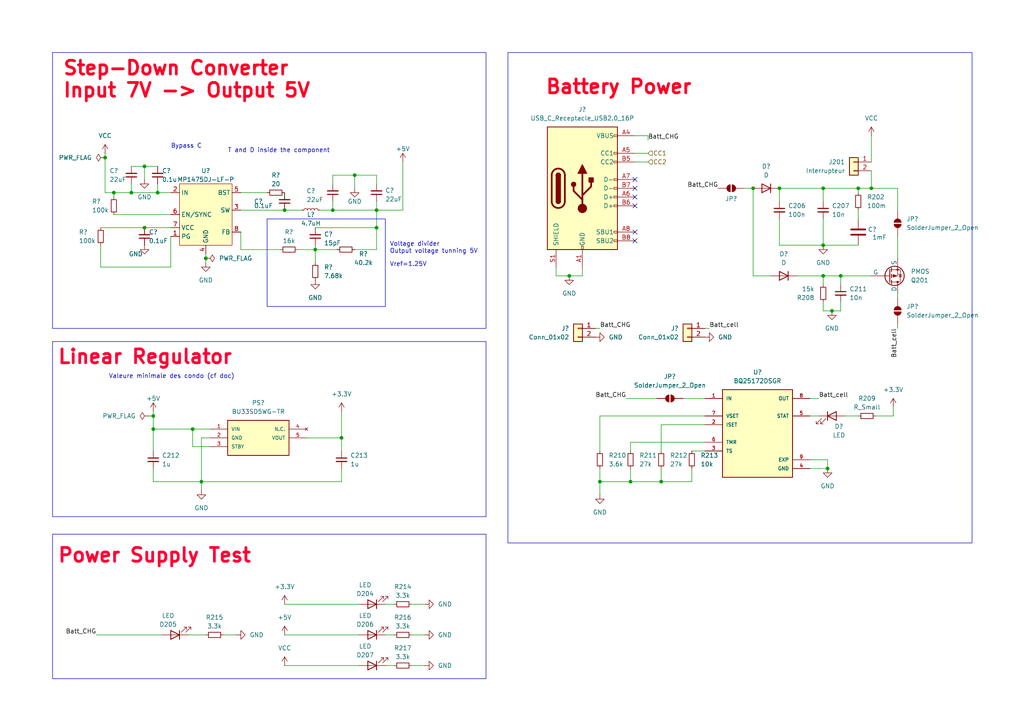
<source format=kicad_sch>
(kicad_sch (version 20231120) (generator "eeschema") (generator_version "8.0")
  (paper "A4")
  (lib_symbols
    (symbol "+5V_1" (power) (pin_numbers hide) (pin_names (offset 0) hide)
      (property "Value" "+5V" (at 0 3.556 0))
      (symbol "+5V_1_1_1"
        (pin power_in line (at 0 0 90) (length 0) (name "~") (number "1"))
      )
    )
    (symbol "BQ25172:BQ25172DSGR" (pin_names (offset 1.016))
      (property "Reference" "U" (at -10.16 13.462 0))
      (property "Value" "BQ25172DSGR" (at -10.16 -15.24 0))
      (symbol "BQ25172DSGR_0_0"
        (pin input line (at -15.24 10.16 0) (length 5.08) (name "IN") (number "1"))
        (pin input line (at -15.24 2.54 0) (length 5.08) (name "ISET") (number "2"))
        (pin input line (at -15.24 -5.08 0) (length 5.08) (name "TS") (number "3"))
        (pin power_in line (at 15.24 -10.16 180) (length 5.08) (name "GND") (number "4"))
        (pin output line (at 15.24 5.08 180) (length 5.08) (name "STAT") (number "5"))
        (pin input line (at -15.24 -2.54 0) (length 5.08) (name "TMR") (number "6"))
        (pin input line (at -15.24 5.08 0) (length 5.08) (name "VSET") (number "7"))
        (pin output line (at 15.24 10.16 180) (length 5.08) (name "OUT") (number "8"))
        (pin power_in line (at 15.24 -7.62 180) (length 5.08) (name "EXP") (number "9"))
      )
    )
    (symbol "BU33SD5WG-TR:BU33SD5WG-TR" (pin_names (offset 1.016))
      (property "Reference" "PS201" (at 13.97 7.62 0))
      (property "Value" "BU33SD5WG-TR" (at 13.97 5.08 0))
      (symbol "BU33SD5WG-TR_0_0"
        (pin no_connect line (at 27.94 0 180) (length 5.08) (name "N.C.") (number "4"))
      )
      (symbol "BU33SD5WG-TR_1_0"
        (pin power_in line (at 0 0 0) (length 5.08) (name "VIN") (number "1"))
        (pin power_in line (at 0 -2.54 0) (length 5.08) (name "GND") (number "2"))
        (pin power_in line (at 0 -5.08 0) (length 5.08) (name "STBY") (number "3"))
        (pin power_out line (at 27.94 -2.54 180) (length 5.08) (name "VOUT") (number "5"))
      )
    )
    (symbol "Connector:USB_C_Receptacle_USB2.0_16P" (pin_names (offset 1.016))
      (property "Reference" "J" (at 0 22.225 0))
      (property "Value" "USB_C_Receptacle_USB2.0_16P" (at 0 19.685 0))
      (symbol "USB_C_Receptacle_USB2.0_16P_1_1"
        (pin passive line (at 0 -22.86 90) (length 5.08) (name "GND") (number "A1"))
        (pin passive line (at 0 -22.86 90) (length 5.08) hide (name "GND") (number "A12"))
        (pin passive line (at 15.24 15.24 180) (length 5.08) (name "VBUS") (number "A4"))
        (pin bidirectional line (at 15.24 10.16 180) (length 5.08) (name "CC1") (number "A5"))
        (pin bidirectional line (at 15.24 -2.54 180) (length 5.08) (name "D+") (number "A6"))
        (pin bidirectional line (at 15.24 2.54 180) (length 5.08) (name "D-") (number "A7"))
        (pin bidirectional line (at 15.24 -12.7 180) (length 5.08) (name "SBU1") (number "A8"))
        (pin passive line (at 15.24 15.24 180) (length 5.08) hide (name "VBUS") (number "A9"))
        (pin passive line (at 0 -22.86 90) (length 5.08) hide (name "GND") (number "B1"))
        (pin passive line (at 0 -22.86 90) (length 5.08) hide (name "GND") (number "B12"))
        (pin passive line (at 15.24 15.24 180) (length 5.08) hide (name "VBUS") (number "B4"))
        (pin bidirectional line (at 15.24 7.62 180) (length 5.08) (name "CC2") (number "B5"))
        (pin bidirectional line (at 15.24 -5.08 180) (length 5.08) (name "D+") (number "B6"))
        (pin bidirectional line (at 15.24 0 180) (length 5.08) (name "D-") (number "B7"))
        (pin bidirectional line (at 15.24 -15.24 180) (length 5.08) (name "SBU2") (number "B8"))
        (pin passive line (at 15.24 15.24 180) (length 5.08) hide (name "VBUS") (number "B9"))
        (pin passive line (at -7.62 -22.86 90) (length 5.08) (name "SHIELD") (number "S1"))
      )
    )
    (symbol "Connector_Generic:Conn_01x02" (pin_names (offset 1.016) hide)
      (property "Reference" "J" (at 0 2.54 0))
      (property "Value" "Conn_01x02" (at 0 -5.08 0))
      (symbol "Conn_01x02_1_1"
        (pin passive line (at -5.08 0 0) (length 3.81) (name "Pin_1") (number "1"))
        (pin passive line (at -5.08 -2.54 0) (length 3.81) (name "Pin_2") (number "2"))
      )
    )
    (symbol "Device:C" (pin_numbers hide) (pin_names (offset 0.254))
      (property "Reference" "C" (at 0.635 2.54 0))
      (property "Value" "C" (at 0.635 -2.54 0))
      (symbol "C_1_1"
        (pin passive line (at 0 3.81 270) (length 2.794) (name "~") (number "1"))
        (pin passive line (at 0 -3.81 90) (length 2.794) (name "~") (number "2"))
      )
    )
    (symbol "Device:C_Small" (pin_numbers hide) (pin_names (offset 0.254) hide)
      (property "Reference" "C" (at 0.254 1.778 0))
      (property "Value" "C_Small" (at 0.254 -2.032 0))
      (symbol "C_Small_1_1"
        (pin passive line (at 0 2.54 270) (length 2.032) (name "~") (number "1"))
        (pin passive line (at 0 -2.54 90) (length 2.032) (name "~") (number "2"))
      )
    )
    (symbol "Device:D" (pin_numbers hide) (pin_names (offset 1.016) hide)
      (property "Reference" "D" (at 0 2.54 0))
      (property "Value" "D" (at 0 -2.54 0))
      (symbol "D_1_1"
        (pin passive line (at -3.81 0 0) (length 2.54) (name "K") (number "1"))
        (pin passive line (at 3.81 0 180) (length 2.54) (name "A") (number "2"))
      )
    )
    (symbol "Device:LED" (pin_numbers hide) (pin_names (offset 1.016) hide)
      (property "Reference" "D" (at 0 2.54 0))
      (property "Value" "LED" (at 0 -2.54 0))
      (symbol "LED_1_1"
        (pin passive line (at -3.81 0 0) (length 2.54) (name "K") (number "1"))
        (pin passive line (at 3.81 0 180) (length 2.54) (name "A") (number "2"))
      )
    )
    (symbol "Device:L_Small" (pin_numbers hide) (pin_names (offset 0.254) hide)
      (property "Reference" "L" (at 0.762 1.016 0))
      (property "Value" "L_Small" (at 0.762 -1.016 0))
      (symbol "L_Small_1_1"
        (pin passive line (at 0 2.54 270) (length 0.508) (name "~") (number "1"))
        (pin passive line (at 0 -2.54 90) (length 0.508) (name "~") (number "2"))
      )
    )
    (symbol "Device:R_Small" (pin_numbers hide) (pin_names (offset 0.254) hide)
      (property "Reference" "R" (at 0.762 0.508 0))
      (property "Value" "R_Small" (at 0.762 -1.016 0))
      (symbol "R_Small_1_1"
        (pin passive line (at 0 2.54 270) (length 0.762) (name "~") (number "1"))
        (pin passive line (at 0 -2.54 90) (length 0.762) (name "~") (number "2"))
      )
    )
    (symbol "GND_1" (power) (pin_numbers hide) (pin_names (offset 0) hide)
      (property "Value" "GND" (at 0 -3.81 0))
      (symbol "GND_1_1_1"
        (pin power_in line (at 0 0 270) (length 0) (name "~") (number "1"))
      )
    )
    (symbol "GND_2" (power) (pin_numbers hide) (pin_names (offset 0) hide)
      (property "Value" "GND" (at 0 -3.81 0))
      (symbol "GND_2_1_1"
        (pin power_in line (at 0 0 270) (length 0) (name "~") (number "1"))
      )
    )
    (symbol "GND_3" (power) (pin_numbers hide) (pin_names (offset 0) hide)
      (property "Value" "GND" (at 0 -3.81 0))
      (symbol "GND_3_1_1"
        (pin power_in line (at 0 0 270) (length 0) (name "~") (number "1"))
      )
    )
    (symbol "GND_4" (power) (pin_numbers hide) (pin_names (offset 0) hide)
      (property "Value" "GND" (at 0 -3.81 0))
      (symbol "GND_4_1_1"
        (pin power_in line (at 0 0 270) (length 0) (name "~") (number "1"))
      )
    )
    (symbol "GND_5" (power) (pin_numbers hide) (pin_names (offset 0) hide)
      (property "Value" "GND" (at 0 -3.81 0))
      (symbol "GND_5_1_1"
        (pin power_in line (at 0 0 270) (length 0) (name "~") (number "1"))
      )
    )
    (symbol "GND_6" (power) (pin_numbers hide) (pin_names (offset 0) hide)
      (property "Value" "GND" (at 0 -3.81 0))
      (symbol "GND_6_1_1"
        (pin power_in line (at 0 0 270) (length 0) (name "~") (number "1"))
      )
    )
    (symbol "GND_7" (power) (pin_numbers hide) (pin_names (offset 0) hide)
      (property "Value" "GND" (at 0 -3.81 0))
      (symbol "GND_7_1_1"
        (pin power_in line (at 0 0 270) (length 0) (name "~") (number "1"))
      )
    )
    (symbol "Jumper:SolderJumper_2_Open" (pin_numbers hide) (pin_names (offset 0) hide) (exclude_from_sim yes) (in_bom no)
      (property "Reference" "JP" (at 0 2.032 0))
      (property "Value" "SolderJumper_2_Open" (at 0 -2.54 0))
      (symbol "SolderJumper_2_Open_1_1"
        (pin passive line (at -3.81 0 0) (length 2.54) (name "A") (number "1"))
        (pin passive line (at 3.81 0 180) (length 2.54) (name "B") (number "2"))
      )
    )
    (symbol "MP1475_1"
      (property "Reference" "U201" (at 6.35 3.81 0))
      (property "Value" "MP1475DJ-LF-P" (at 6.35 1.27 0))
      (symbol "MP1475_1_1_1"
        (pin bidirectional line (at -3.81 -15.24 0) (length 2.54) (name "PG") (number "1"))
        (pin power_in line (at -3.81 -2.54 0) (length 2.54) (name "IN") (number "2"))
        (pin bidirectional line (at 16.51 -7.62 180) (length 2.54) (name "SW") (number "3"))
        (pin power_in line (at 6.35 -20.32 90) (length 2.54) (name "GND") (number "4"))
        (pin bidirectional line (at 16.51 -2.54 180) (length 2.54) (name "BST") (number "5"))
        (pin bidirectional line (at -3.81 -8.89 0) (length 2.54) (name "EN/SYNC") (number "6"))
        (pin bidirectional line (at -3.81 -12.7 0) (length 2.54) (name "VCC") (number "7"))
        (pin bidirectional line (at 16.51 -13.97 180) (length 2.54) (name "FB") (number "8"))
      )
    )
    (symbol "Simulation_SPICE:PMOS" (pin_numbers hide) (pin_names (offset 0))
      (property "Reference" "Q" (at 5.08 1.27 0))
      (property "Value" "PMOS" (at 5.08 -1.27 0))
      (symbol "PMOS_1_1"
        (pin passive line (at 2.54 5.08 270) (length 2.54) (name "D") (number "1"))
        (pin input line (at -5.08 0 0) (length 2.54) (name "G") (number "2"))
        (pin passive line (at 2.54 -5.08 90) (length 2.54) (name "S") (number "3"))
      )
    )
    (symbol "power:+3.3V" (power) (pin_numbers hide) (pin_names (offset 0) hide)
      (property "Value" "+3.3V" (at 0 3.556 0))
      (symbol "+3.3V_1_1"
        (pin power_in line (at 0 0 90) (length 0) (name "~") (number "1"))
      )
    )
    (symbol "power:+5V" (power) (pin_names (offset 0))
      (property "Value" "+5V" (at 0 3.556 0))
      (symbol "+5V_1_1"
        (pin power_in line (at 0 0 90) (length 0) hide (name "+5V") (number "1"))
      )
    )
    (symbol "power:GND" (power) (pin_names (offset 0))
      (property "Value" "GND" (at 0 -3.81 0))
      (symbol "GND_1_1"
        (pin power_in line (at 0 0 270) (length 0) hide (name "GND") (number "1"))
      )
    )
    (symbol "power:PWR_FLAG" (power) (pin_numbers hide) (pin_names (offset 0) hide)
      (property "Value" "PWR_FLAG" (at 0 3.81 0))
      (symbol "PWR_FLAG_0_0"
        (pin power_out line (at 0 0 90) (length 0) (name "~") (number "1"))
      )
    )
    (symbol "power:VCC" (power) (pin_numbers hide) (pin_names (offset 0) hide)
      (property "Value" "VCC" (at 0 3.556 0))
      (symbol "VCC_1_1"
        (pin power_in line (at 0 0 90) (length 0) (name "~") (number "1"))
      )
    )
  )
  (junction (at 238.76 71.12))
  (junction (at 248.92 54.61))
  (junction (at 238.76 80.01))
  (junction (at 240.03 135.89))
  (junction (at 41.91 66.04))
  (junction (at 44.45 120.65))
  (junction (at 109.22 66.04))
  (junction (at 99.06 127))
  (junction (at 226.06 54.61))
  (junction (at 109.22 60.96))
  (junction (at 165.1 80.01))
  (junction (at 182.88 139.7))
  (junction (at 59.69 74.93))
  (junction (at 218.44 54.61))
  (junction (at 241.3 90.17))
  (junction (at 41.91 48.26))
  (junction (at 38.1 55.88))
  (junction (at 30.48 45.72))
  (junction (at 45.72 55.88))
  (junction (at 252.73 54.61))
  (junction (at 55.88 124.46))
  (junction (at 91.44 72.39))
  (junction (at 243.84 80.01))
  (junction (at 82.55 60.96))
  (junction (at 173.99 139.7))
  (junction (at 96.52 60.96))
  (junction (at 238.76 54.61))
  (junction (at 102.87 50.8))
  (junction (at 33.02 55.88))
  (junction (at 191.77 139.7))
  (junction (at 58.42 139.7))
  (junction (at 44.45 124.46))
  (no_connect (at 184.15 59.69))
  (no_connect (at 184.15 54.61))
  (no_connect (at 184.15 67.31))
  (no_connect (at 184.15 69.85))
  (no_connect (at 184.15 52.07))
  (no_connect (at 184.15 57.15))
  (wire (pts (xy 119.38 175.26) (xy 123.19 175.26)))
  (wire (pts (xy 205.74 95.25) (xy 204.47 95.25)))
  (wire (pts (xy 116.84 46.99) (xy 116.84 60.96)))
  (wire (pts (xy 234.95 133.35) (xy 240.03 133.35)))
  (wire (pts (xy 252.73 54.61) (xy 260.35 54.61)))
  (wire (pts (xy 168.91 80.01) (xy 168.91 77.47)))
  (wire (pts (xy 198.12 115.57) (xy 204.47 115.57)))
  (wire (pts (xy 91.44 66.04) (xy 109.22 66.04)))
  (wire (pts (xy 33.02 57.15) (xy 33.02 55.88)))
  (wire (pts (xy 111.76 184.15) (xy 114.3 184.15)))
  (wire (pts (xy 182.88 128.27) (xy 182.88 130.81)))
  (wire (pts (xy 59.69 73.66) (xy 59.69 74.93)))
  (wire (pts (xy 254 120.65) (xy 259.08 120.65)))
  (wire (pts (xy 238.76 54.61) (xy 238.76 58.42)))
  (wire (pts (xy 55.88 129.54) (xy 60.96 129.54)))
  (wire (pts (xy 82.55 175.26) (xy 104.14 175.26)))
  (wire (pts (xy 99.06 127) (xy 99.06 130.81)))
  (wire (pts (xy 238.76 90.17) (xy 241.3 90.17)))
  (wire (pts (xy 102.87 50.8) (xy 109.22 50.8)))
  (wire (pts (xy 226.06 71.12) (xy 238.76 71.12)))
  (wire (pts (xy 187.96 39.37) (xy 184.15 39.37)))
  (wire (pts (xy 161.29 77.47) (xy 161.29 80.01)))
  (wire (pts (xy 248.92 54.61) (xy 252.73 54.61)))
  (wire (pts (xy 238.76 71.12) (xy 238.76 63.5)))
  (wire (pts (xy 187.96 44.45) (xy 184.15 44.45)))
  (wire (pts (xy 248.92 54.61) (xy 248.92 55.88)))
  (wire (pts (xy 165.1 80.01) (xy 168.91 80.01)))
  (wire (pts (xy 69.85 72.39) (xy 81.28 72.39)))
  (wire (pts (xy 248.92 60.96) (xy 248.92 63.5)))
  (wire (pts (xy 238.76 87.63) (xy 238.76 90.17)))
  (wire (pts (xy 41.91 66.04) (xy 49.53 66.04)))
  (wire (pts (xy 60.96 127) (xy 58.42 127)))
  (wire (pts (xy 111.76 175.26) (xy 114.3 175.26)))
  (wire (pts (xy 27.94 184.15) (xy 46.99 184.15)))
  (wire (pts (xy 260.35 60.96) (xy 260.35 54.61)))
  (wire (pts (xy 223.52 80.01) (xy 218.44 80.01)))
  (wire (pts (xy 237.49 120.65) (xy 234.95 120.65)))
  (wire (pts (xy 200.66 130.81) (xy 204.47 130.81)))
  (wire (pts (xy 245.11 120.65) (xy 248.92 120.65)))
  (wire (pts (xy 215.9 54.61) (xy 218.44 54.61)))
  (wire (pts (xy 173.99 139.7) (xy 182.88 139.7)))
  (wire (pts (xy 69.85 72.39) (xy 69.85 67.31)))
  (wire (pts (xy 69.85 60.96) (xy 82.55 60.96)))
  (wire (pts (xy 109.22 72.39) (xy 109.22 66.04)))
  (wire (pts (xy 91.44 72.39) (xy 97.79 72.39)))
  (wire (pts (xy 30.48 45.72) (xy 30.48 55.88)))
  (wire (pts (xy 252.73 39.37) (xy 252.73 46.99)))
  (wire (pts (xy 240.03 135.89) (xy 234.95 135.89)))
  (wire (pts (xy 91.44 71.12) (xy 91.44 72.39)))
  (wire (pts (xy 82.55 184.15) (xy 104.14 184.15)))
  (wire (pts (xy 44.45 124.46) (xy 44.45 130.81)))
  (wire (pts (xy 59.69 74.93) (xy 59.69 76.2)))
  (wire (pts (xy 69.85 55.88) (xy 77.47 55.88)))
  (wire (pts (xy 44.45 119.38) (xy 44.45 120.65)))
  (wire (pts (xy 252.73 49.53) (xy 252.73 54.61)))
  (wire (pts (xy 109.22 58.42) (xy 109.22 60.96)))
  (wire (pts (xy 49.53 68.58) (xy 49.53 77.47)))
  (wire (pts (xy 38.1 53.34) (xy 38.1 55.88)))
  (wire (pts (xy 234.95 115.57) (xy 237.49 115.57)))
  (wire (pts (xy 96.52 60.96) (xy 92.71 60.96)))
  (wire (pts (xy 55.88 124.46) (xy 60.96 124.46)))
  (wire (pts (xy 119.38 184.15) (xy 123.19 184.15)))
  (wire (pts (xy 181.61 115.57) (xy 190.5 115.57)))
  (wire (pts (xy 243.84 80.01) (xy 243.84 82.55)))
  (wire (pts (xy 238.76 80.01) (xy 243.84 80.01)))
  (wire (pts (xy 161.29 80.01) (xy 165.1 80.01)))
  (wire (pts (xy 30.48 44.45) (xy 30.48 45.72)))
  (wire (pts (xy 260.35 68.58) (xy 260.35 74.93)))
  (wire (pts (xy 182.88 135.89) (xy 182.88 139.7)))
  (wire (pts (xy 58.42 139.7) (xy 99.06 139.7)))
  (wire (pts (xy 96.52 50.8) (xy 96.52 53.34)))
  (wire (pts (xy 243.84 80.01) (xy 252.73 80.01)))
  (wire (pts (xy 96.52 60.96) (xy 96.52 58.42)))
  (wire (pts (xy 44.45 124.46) (xy 55.88 124.46)))
  (wire (pts (xy 231.14 80.01) (xy 238.76 80.01)))
  (wire (pts (xy 41.91 48.26) (xy 45.72 48.26)))
  (wire (pts (xy 238.76 80.01) (xy 238.76 82.55)))
  (wire (pts (xy 259.08 120.65) (xy 259.08 118.11)))
  (wire (pts (xy 58.42 127) (xy 58.42 139.7)))
  (wire (pts (xy 173.99 120.65) (xy 204.47 120.65)))
  (wire (pts (xy 102.87 50.8) (xy 102.87 54.61)))
  (wire (pts (xy 182.88 128.27) (xy 204.47 128.27)))
  (wire (pts (xy 238.76 71.12) (xy 248.92 71.12)))
  (wire (pts (xy 241.3 90.17) (xy 243.84 90.17)))
  (wire (pts (xy 191.77 123.19) (xy 191.77 130.81)))
  (wire (pts (xy 30.48 55.88) (xy 33.02 55.88)))
  (wire (pts (xy 218.44 80.01) (xy 218.44 54.61)))
  (wire (pts (xy 33.02 55.88) (xy 38.1 55.88)))
  (wire (pts (xy 173.99 120.65) (xy 173.99 130.81)))
  (wire (pts (xy 187.96 40.64) (xy 187.96 39.37)))
  (wire (pts (xy 82.55 193.04) (xy 104.14 193.04)))
  (wire (pts (xy 116.84 60.96) (xy 109.22 60.96)))
  (wire (pts (xy 64.77 184.15) (xy 68.58 184.15)))
  (wire (pts (xy 226.06 54.61) (xy 226.06 58.42)))
  (wire (pts (xy 38.1 48.26) (xy 41.91 48.26)))
  (wire (pts (xy 173.99 139.7) (xy 173.99 143.51)))
  (wire (pts (xy 187.96 46.99) (xy 184.15 46.99)))
  (wire (pts (xy 173.99 95.25) (xy 172.72 95.25)))
  (wire (pts (xy 99.06 139.7) (xy 99.06 135.89)))
  (wire (pts (xy 238.76 54.61) (xy 248.92 54.61)))
  (wire (pts (xy 111.76 193.04) (xy 114.3 193.04)))
  (wire (pts (xy 109.22 60.96) (xy 109.22 66.04)))
  (wire (pts (xy 91.44 72.39) (xy 91.44 76.2)))
  (wire (pts (xy 226.06 63.5) (xy 226.06 71.12)))
  (wire (pts (xy 45.72 53.34) (xy 45.72 55.88)))
  (wire (pts (xy 191.77 135.89) (xy 191.77 139.7)))
  (wire (pts (xy 45.72 55.88) (xy 49.53 55.88)))
  (wire (pts (xy 58.42 139.7) (xy 44.45 139.7)))
  (wire (pts (xy 44.45 135.89) (xy 44.45 139.7)))
  (wire (pts (xy 44.45 120.65) (xy 44.45 124.46)))
  (wire (pts (xy 200.66 135.89) (xy 200.66 139.7)))
  (wire (pts (xy 38.1 55.88) (xy 45.72 55.88)))
  (wire (pts (xy 82.55 60.96) (xy 87.63 60.96)))
  (wire (pts (xy 260.35 85.09) (xy 260.35 86.36)))
  (wire (pts (xy 119.38 193.04) (xy 123.19 193.04)))
  (wire (pts (xy 240.03 133.35) (xy 240.03 135.89)))
  (wire (pts (xy 243.84 87.63) (xy 243.84 90.17)))
  (wire (pts (xy 29.21 77.47) (xy 49.53 77.47)))
  (wire (pts (xy 96.52 50.8) (xy 102.87 50.8)))
  (wire (pts (xy 33.02 62.23) (xy 49.53 62.23)))
  (wire (pts (xy 226.06 54.61) (xy 238.76 54.61)))
  (wire (pts (xy 173.99 135.89) (xy 173.99 139.7)))
  (wire (pts (xy 200.66 139.7) (xy 191.77 139.7)))
  (wire (pts (xy 191.77 123.19) (xy 204.47 123.19)))
  (wire (pts (xy 86.36 72.39) (xy 91.44 72.39)))
  (wire (pts (xy 260.35 93.98) (xy 260.35 95.25)))
  (wire (pts (xy 99.06 119.38) (xy 99.06 127)))
  (wire (pts (xy 109.22 50.8) (xy 109.22 53.34)))
  (wire (pts (xy 96.52 60.96) (xy 109.22 60.96)))
  (wire (pts (xy 29.21 66.04) (xy 41.91 66.04)))
  (wire (pts (xy 102.87 72.39) (xy 109.22 72.39)))
  (wire (pts (xy 58.42 142.24) (xy 58.42 139.7)))
  (wire (pts (xy 29.21 71.12) (xy 29.21 77.47)))
  (wire (pts (xy 41.91 52.07) (xy 41.91 48.26)))
  (wire (pts (xy 55.88 124.46) (xy 55.88 129.54)))
  (wire (pts (xy 43.18 120.65) (xy 44.45 120.65)))
  (wire (pts (xy 54.61 184.15) (xy 59.69 184.15)))
  (wire (pts (xy 191.77 139.7) (xy 182.88 139.7)))
  (wire (pts (xy 99.06 127) (xy 88.9 127)))
  (rectangle (start 15.24 15.24) (end 140.97 95.25))
  (rectangle (start 15.24 99.06) (end 140.97 149.86))
  (rectangle (start 15.24 154.94) (end 140.97 196.85))
  (rectangle (start 147.32 15.24) (end 281.94 157.48))
  (rectangle (start 77.47 63.5) (end 111.76 88.9))
  (text "T and D inside the component" (at 66.04 44.45 0) (effects (font (size 1.27 1.27)) (justify left bottom)))
  (text "Valeure minimale des condo (cf doc)\n" (at 49.784 109.22 0) (effects (font (size 1.27 1.27))))
  (text "Voltage divider\nOutput voltage tunning 5V" (at 113.03 73.66 0) (effects (font (size 1.27 1.27)) (justify left bottom)))
  (text "Linear Regulator\n\n\n" (at 16.51 118.872 0) (effects (font (size 4 4) (bold yes)) (justify left bottom)))
  (text "Vref=1.25V" (at 113.03 77.47 0) (effects (font (size 1.27 1.27)) (justify left bottom)))
  (text "Step-Down Converter\nInput 7V -> Output 5V" (at 18.034 28.702 0) (effects (font (size 4 4) (thickness 0.8) (bold yes)) (justify left bottom)))
  (text "Battery Power" (at 157.988 27.686 0) (effects (font (size 4 4) (thickness 0.8) (bold yes)) (justify left bottom)))
  (text "Bypass C" (at 49.53 43.18 0) (effects (font (size 1.27 1.27)) (justify left bottom)))
  (text "Power Supply Test" (at 16.51 163.576 0) (effects (font (size 4 4) (bold yes)) (justify left bottom)))
  (label "Batt_CHG" (at 181.61 115.57 180))
  (label "Batt_cell" (at 260.35 95.25 270))
  (label "Batt_cell" (at 237.49 115.57 0))
  (label "Batt_CHG" (at 27.94 184.15 180))
  (label "Batt_cell" (at 205.74 95.25 0))
  (label "Batt_CHG" (at 208.28 54.61 180))
  (label "Batt_CHG" (at 173.99 95.25 0))
  (label "Batt_CHG" (at 187.96 40.64 0))
  (hierarchical_label "CC2" (shape input) (at 187.96 46.99 0))
  (hierarchical_label "CC1" (shape input) (at 187.96 44.45 0))
  (symbol (lib_id "Device:C_Small") (at 45.72 50.8 180) (unit 1)
    (property "Reference" "C?" (at 46.99 49.53 0) (effects (justify right)))
    (property "Value" "0.1u" (at 46.99 52.07 0) (effects (justify right)))
    (property "Footprint" "Capacitor_SMD:C_0402_1005Metric" (effects (hide yes)))
    (instances (project "tom&jerry" (path "" (reference "C?") (unit 1))) (project "tom&Jerry_Draft" (path "" (reference "C202") (unit 1))))
  )
  (symbol (lib_id "Device:C_Small") (at 44.45 133.35 0) (unit 1)
    (property "Reference" "C212" (at 46.99 132.0862 0) (effects (justify left)))
    (property "Value" "1u" (at 46.99 134.6262 0) (effects (justify left)))
    (property "Footprint" "Capacitor_SMD:C_0603_1608Metric" (effects (hide yes)))
    (property "Description" "Unpolarized capacitor, small symbol" (effects (hide yes)))
  )
  (symbol (lib_id "Simulation_SPICE:PMOS") (at 257.81 80.01 0) (mirror x) (unit 1)
    (property "Reference" "Q201" (at 264.16 81.2801 0) (effects (justify left)))
    (property "Value" "PMOS" (at 264.16 78.7401 0) (effects (justify left)))
    (property "Footprint" "Tom&Jerry:SOT95P280X125-5N" (effects (hide yes)))
    (property "Datasheet" "https://ngspice.sourceforge.io/docs/ngspice-html-manual/manual.xhtml#cha_MOSFETs" (effects (hide yes)))
    (property "Description" "P-MOSFET transistor, drain/source/gate" (effects (hide yes)))
    (property "Sim.Device" "PMOS" (effects (hide yes)))
    (property "Sim.Type" "VDMOS" (effects (hide yes)))
    (property "Sim.Pins" "1=D 2=G 3=S" (effects (hide yes)))
  )
  (symbol (lib_id "Device:C") (at 248.92 67.31 0) (unit 1)
    (property "Reference" "C?" (at 251.714 66.548 0) (effects (justify left)))
    (property "Value" "1mF" (at 252.984 68.8341 0) (effects (justify left)))
    (property "Footprint" "Tom&Jerry:CAPAE1350X1400N" (effects (hide yes)))
    (property "Description" "Unpolarized capacitor" (effects (hide yes)))
    (instances (project "tom&jerry" (path "" (reference "C?") (unit 1))) (project "tom&Jerry_Draft" (path "" (reference "C208") (unit 1))))
  )
  (symbol (lib_name "GND_5") (lib_id "power:GND") (at 240.03 135.89 0) (unit 1)
    (property "Reference" "#PWR?" (effects (hide yes)))
    (property "Value" "GND" (at 240.03 140.97 0))
    (property "Description" "Power symbol creates a global label with name \"GND\" , ground" (effects (hide yes)))
    (instances (project "" (path "" (reference "#PWR?") (unit 1))) (project "" (path "" (reference "#PWR0217") (unit 1))))
  )
  (symbol (lib_id "Device:R_Small") (at 116.84 193.04 90) (unit 1)
    (property "Reference" "R217" (at 116.84 187.96 90))
    (property "Value" "3.3k" (at 116.84 190.5 90))
    (property "Footprint" "Resistor_SMD:R_0402_1005Metric" (effects (hide yes)))
    (property "Description" "Resistor, small symbol" (effects (hide yes)))
  )
  (symbol (lib_id "power:+3.3V") (at 99.06 119.38 0) (unit 1)
    (property "Reference" "#PWR?" (effects (hide yes)))
    (property "Value" "+3.3V" (at 99.06 114.3 0))
    (property "Description" "Power symbol creates a global label with name \"+3.3V\"" (effects (hide yes)))
    (instances (project "" (path "" (reference "#PWR?") (unit 1))) (project "" (path "" (reference "#PWR0216") (unit 1))))
  )
  (symbol (lib_id "Connector_Generic:Conn_01x02") (at 247.65 46.99 0) (mirror y) (unit 1)
    (property "Reference" "J201" (at 245.11 46.9899 0) (effects (justify left)))
    (property "Value" "Interrupteur" (at 245.11 49.5299 0) (effects (justify left)))
    (property "Footprint" "Tom&Jerry:Switch-3" (effects (hide yes)))
    (property "Description" "Generic connector, single row, 01x02, script generated (kicad-library-utils/schlib/autogen/connector/)" (effects (hide yes)))
  )
  (symbol (lib_name "+5V_1") (lib_id "power:+5V") (at 82.55 184.15 0) (unit 1)
    (property "Reference" "#PWR0223" (effects (hide yes)))
    (property "Value" "+5V" (at 82.55 179.07 0))
    (property "Description" "Power symbol creates a global label with name \"+5V\"" (effects (hide yes)))
  )
  (symbol (lib_id "Device:R_Small") (at 116.84 175.26 90) (unit 1)
    (property "Reference" "R214" (at 116.84 170.18 90))
    (property "Value" "3.3k" (at 116.84 172.72 90))
    (property "Footprint" "Resistor_SMD:R_0402_1005Metric" (effects (hide yes)))
    (property "Description" "Resistor, small symbol" (effects (hide yes)))
  )
  (symbol (lib_id "power:+5V") (at 116.84 46.99 0) (unit 1)
    (property "Reference" "#PWR?" (effects (hide yes)))
    (property "Value" "+5V" (at 116.84 43.18 0))
    (instances (project "tom&jerry" (path "" (reference "#PWR?") (unit 1))) (project "" (path "" (reference "#PWR0203") (unit 1))))
  )
  (symbol (lib_id "Device:L_Small") (at 90.17 60.96 270) (mirror x) (unit 1)
    (property "Reference" "L?" (at 90.17 62.23 90))
    (property "Value" "4.7uH" (at 90.17 64.77 90))
    (property "Footprint" "Inductor_SMD:L_0603_1608Metric_Pad1.05x0.95mm_HandSolder" (effects (hide yes)))
    (property "Datasheet" "https://www.we-online.com/components/products/datasheet/74438356047HT.pdf" (effects (hide yes)))
    (property "Manufacturer_Name" "Wurth" (effects (hide yes)))
    (property "Manufacturer_Part_Number" "74438356047HT " (effects (hide yes)))
    (property "Mouser Part Number" " 710-74438356047HT " (effects (hide yes)))
    (property "Mouser Price/Stock" "https://www.mouser.fr/ProductDetail/Wurth-Elektronik/74438356047HT?qs=YwPsRIUVAOcmekVUpNwTmA%3D%3D" (effects (hide yes)))
    (instances (project "tom&jerry" (path "" (reference "L?") (unit 1))) (project "tom&Jerry_Draft" (path "" (reference "L201") (unit 1))))
  )
  (symbol (lib_id "Device:R_Small") (at 100.33 72.39 90) (unit 1)
    (property "Reference" "R?" (at 105.41 73.66 90))
    (property "Value" "40.2k" (at 105.41 76.2 90))
    (property "Footprint" "Resistor_SMD:R_0402_1005Metric" (effects (hide yes)))
    (property "Height" "0603" (effects (hide yes)))
    (instances (project "tom&jerry" (path "" (reference "R?") (unit 1))) (project "tom&Jerry_Draft" (path "" (reference "R206") (unit 1))))
  )
  (symbol (lib_id "power:GND") (at 91.44 81.28 0) (unit 1)
    (property "Reference" "#PWR?" (effects (hide yes)))
    (property "Value" "GND" (at 91.44 86.36 0))
    (instances (project "tom&jerry" (path "" (reference "#PWR?") (unit 1))) (project "" (path "" (reference "#PWR0210") (unit 1))))
  )
  (symbol (lib_id "BQ25172:BQ25172DSGR") (at 219.71 125.73 0) (unit 1)
    (property "Reference" "U?" (at 219.71 107.95 0))
    (property "Value" "BQ25172DSGR" (at 219.71 110.49 0))
    (property "Footprint" "Tom&Jerry:IC_BQ25172DSGR" (effects (hide yes)))
    (property "MF" "Texas Instruments" (effects (hide yes)))
    (property "MAXIMUM_PACKAGE_HEIGHT" "0.8mm" (effects (hide yes)))
    (property "Package" "None" (effects (hide yes)))
    (property "Price" "None" (effects (hide yes)))
    (property "Check_prices" "https://www.snapeda.com/parts/BQ25172DSGR/Texas+Instruments/view-part/?ref=eda" (effects (hide yes)))
    (property "STANDARD" "Manufacturer Recommendations" (effects (hide yes)))
    (property "PARTREV" "June 2022" (effects (hide yes)))
    (property "SnapEDA_Link" "https://www.snapeda.com/parts/BQ25172DSGR/Texas+Instruments/view-part/?ref=snap" (effects (hide yes)))
    (property "MP" "BQ25172DSGR" (effects (hide yes)))
    (property "Description_1" "\n0.8-A, one- to six-cell NiMH stand-alone linear charger in a QFN package\n" (effects (hide yes)))
    (property "Availability" "In Stock" (effects (hide yes)))
    (property "MANUFACTURER" "Texas Instruments" (effects (hide yes)))
    (instances (project "" (path "" (reference "U?") (unit 1))) (project "tom&Jerry_Draft" (path "" (reference "U202") (unit 1))))
  )
  (symbol (lib_id "power:PWR_FLAG") (at 59.69 74.93 270) (unit 1)
    (property "Reference" "#FLG0202" (effects (hide yes)))
    (property "Value" "PWR_FLAG" (at 63.5 74.9299 90) (effects (justify left)))
    (property "Description" "Special symbol for telling ERC where power comes from" (effects (hide yes)))
  )
  (symbol (lib_id "Device:C_Small") (at 38.1 50.8 180) (unit 1)
    (property "Reference" "C?" (at 31.75 49.53 0) (effects (justify right)))
    (property "Value" "22uF" (at 31.75 52.07 0) (effects (justify right)))
    (property "Footprint" "Capacitor_SMD:C_0805_2012Metric" (effects (hide yes)))
    (instances (project "tom&jerry" (path "" (reference "C?") (unit 1))) (project "tom&Jerry_Draft" (path "" (reference "C201") (unit 1))))
  )
  (symbol (lib_id "BU33SD5WG-TR:BU33SD5WG-TR") (at 60.96 124.46 0) (unit 1)
    (property "Reference" "PS?" (at 74.93 116.84 0))
    (property "Value" "BU33SD5WG-TR" (at 74.93 119.38 0))
    (property "Footprint" "Tom&Jerry:SOT95P280X125-5N" (effects (hide yes)))
    (property "Manufacturer_Name" "ROHM Semiconductor" (effects (hide yes)))
    (property "MF" "Rohm" (effects (hide yes)))
    (property "Mouser_Price-Stock" "https://www.mouser.co.uk/ProductDetail/ROHM-Semiconductor/BU33SD5WG-TR?qs=%2FKR40Cd6GUrQDzRkUEt69Q%3D%3D" (effects (hide yes)))
    (property "Description_1" "\nLinear Voltage Regulator IC Positive Fixed 1 Output 500mA 5-SSOP\n" (effects (hide yes)))
    (property "Mouser_Part_Number" "755-BU33SD5WG-TR" (effects (hide yes)))
    (property "Price" "None" (effects (hide yes)))
    (property "Package" "SSOP-5 Rohm" (effects (hide yes)))
    (property "Check_prices" "https://www.snapeda.com/parts/BU33SD5WG-TR/Rohm/view-part/?ref=eda" (effects (hide yes)))
    (property "Height" "1.25mm" (effects (hide yes)))
    (property "MP" "BU33SD5WG-TR" (effects (hide yes)))
    (property "SnapEDA_Link" "https://www.snapeda.com/parts/BU33SD5WG-TR/Rohm/view-part/?ref=snap" (effects (hide yes)))
    (property "Purchase-URL" "https://www.snapeda.com/api/url_track_click_mouser/?unipart_id=543860&manufacturer=Rohm&part_name=BU33SD5WG-TR&search_term=bu33sd5wg-tr" (effects (hide yes)))
    (property "Availability" "In Stock" (effects (hide yes)))
    (property "Manufacturer_Part_Number" "BU33SD5WG-TR" (effects (hide yes)))
    (instances (project "" (path "" (reference "PS?") (unit 1))) (project "tom&Jerry_Draft" (path "" (reference "PS201") (unit 1))))
  )
  (symbol (lib_id "Device:R_Small") (at 91.44 78.74 180) (unit 1)
    (property "Reference" "R?" (at 93.98 77.4699 0) (effects (justify right)))
    (property "Value" "7.68k" (at 93.98 80.0099 0) (effects (justify right)))
    (property "Footprint" "Resistor_SMD:R_0402_1005Metric" (effects (hide yes)))
    (property "Height" "0603" (effects (hide yes)))
    (instances (project "tom&jerry" (path "" (reference "R?") (unit 1))) (project "tom&Jerry_Draft" (path "" (reference "R207") (unit 1))))
  )
  (symbol (lib_id "Jumper:SolderJumper_2_Open") (at 260.35 64.77 90) (unit 1) (exclude_from_sim yes) (in_bom no)
    (property "Reference" "JP?" (at 262.89 63.4999 90) (effects (justify right)))
    (property "Value" "SolderJumper_2_Open" (at 262.89 66.0399 90) (effects (justify right)))
    (property "Footprint" "Jumper:SolderJumper-2_P1.3mm_Open_TrianglePad1.0x1.5mm" (effects (hide yes)))
    (property "Description" "Solder Jumper, 2-pole, open" (effects (hide yes)))
    (instances (project "tom&jerry" (path "" (reference "JP?") (unit 1))) (project "tom&Jerry_Draft" (path "" (reference "JP202") (unit 1))))
  )
  (symbol (lib_id "Device:R_Small") (at 29.21 68.58 180) (unit 1)
    (property "Reference" "R?" (at 22.86 67.31 0) (effects (justify right)))
    (property "Value" "100k" (at 22.86 69.85 0) (effects (justify right)))
    (property "Footprint" "Resistor_SMD:R_0402_1005Metric" (effects (hide yes)))
    (property "Height" "0603" (effects (hide yes)))
    (instances (project "tom&jerry" (path "" (reference "R?") (unit 1))) (project "tom&Jerry_Draft" (path "" (reference "R204") (unit 1))))
  )
  (symbol (lib_id "Device:C_Small") (at 238.76 60.96 0) (unit 1)
    (property "Reference" "C207" (at 241.3 59.6962 0) (effects (justify left)))
    (property "Value" "10n" (at 241.3 62.2362 0) (effects (justify left)))
    (property "Footprint" "Capacitor_SMD:C_0402_1005Metric" (effects (hide yes)))
    (property "Description" "Unpolarized capacitor, small symbol" (effects (hide yes)))
  )
  (symbol (lib_id "Device:R_Small") (at 173.99 133.35 180) (unit 1)
    (property "Reference" "R210" (at 176.53 132.0799 0) (effects (justify right)))
    (property "Value" "3.6k" (at 176.53 134.6199 0) (effects (justify right)))
    (property "Footprint" "Resistor_SMD:R_0402_1005Metric" (effects (hide yes)))
    (property "Description" "Resistor, small symbol" (effects (hide yes)))
  )
  (symbol (lib_id "power:VCC") (at 252.73 39.37 0) (unit 1)
    (property "Reference" "#PWR0201" (effects (hide yes)))
    (property "Value" "VCC" (at 252.73 34.29 0))
    (property "Description" "Power symbol creates a global label with name \"VCC\"" (effects (hide yes)))
  )
  (symbol (lib_name "GND_1") (lib_id "power:GND") (at 123.19 175.26 90) (unit 1)
    (property "Reference" "#PWR0221" (effects (hide yes)))
    (property "Value" "GND" (at 127 175.2599 90) (effects (justify right)))
    (property "Description" "Power symbol creates a global label with name \"GND\" , ground" (effects (hide yes)))
  )
  (symbol (lib_name "GND_1") (lib_id "power:GND") (at 58.42 142.24 0) (unit 1)
    (property "Reference" "#PWR?" (effects (hide yes)))
    (property "Value" "GND" (at 58.42 147.32 0))
    (property "Description" "Power symbol creates a global label with name \"GND\" , ground" (effects (hide yes)))
    (instances (project "" (path "" (reference "#PWR?") (unit 1))) (project "" (path "" (reference "#PWR0218") (unit 1))))
  )
  (symbol (lib_id "Device:LED") (at 50.8 184.15 180) (unit 1)
    (property "Reference" "D205" (at 48.768 181.102 0))
    (property "Value" "LED" (at 48.768 178.562 0))
    (property "Footprint" "LED_SMD:LED_0603_1608Metric_Pad1.05x0.95mm_HandSolder" (effects (hide yes)))
    (property "Description" "Light emitting diode" (effects (hide yes)))
  )
  (symbol (lib_id "power:VCC") (at 30.48 44.45 0) (unit 1)
    (property "Reference" "#PWR0202" (effects (hide yes)))
    (property "Value" "VCC" (at 30.48 39.37 0))
    (property "Description" "Power symbol creates a global label with name \"VCC\"" (effects (hide yes)))
  )
  (symbol (lib_id "Connector_Generic:Conn_01x02") (at 167.64 95.25 0) (mirror y) (unit 1)
    (property "Reference" "J?" (at 165.1 95.2499 0) (effects (justify left)))
    (property "Value" "Conn_01x02" (at 165.1 97.7899 0) (effects (justify left)))
    (property "Footprint" "Connector_JST:JST_XH_S2B-XH-A-1_1x02_P2.50mm_Horizontal" (effects (hide yes)))
    (property "Description" "Generic connector, single row, 01x02, script generated (kicad-library-utils/schlib/autogen/connector/)" (effects (hide yes)))
    (instances (project "" (path "" (reference "J?") (unit 1))) (project "tom&Jerry_Draft" (path "" (reference "J203") (unit 1))))
  )
  (symbol (lib_id "power:GND") (at 41.91 71.12 0) (unit 1)
    (property "Reference" "#PWR?" (effects (hide yes)))
    (property "Value" "GND" (at 39.37 73.66 0))
    (instances (project "tom&jerry" (path "" (reference "#PWR?") (unit 1))) (project "" (path "" (reference "#PWR0206") (unit 1))))
  )
  (symbol (lib_id "Device:R_Small") (at 83.82 72.39 90) (unit 1)
    (property "Reference" "R?" (at 83.82 67.31 90))
    (property "Value" "16k" (at 83.82 69.85 90))
    (property "Footprint" "Resistor_SMD:R_0402_1005Metric" (effects (hide yes)))
    (property "Height" "0603" (effects (hide yes)))
    (instances (project "tom&jerry" (path "" (reference "R?") (unit 1))) (project "tom&Jerry_Draft" (path "" (reference "R205") (unit 1))))
  )
  (symbol (lib_id "Connector_Generic:Conn_01x02") (at 199.39 95.25 0) (mirror y) (unit 1)
    (property "Reference" "J?" (at 196.85 95.2499 0) (effects (justify left)))
    (property "Value" "Conn_01x02" (at 196.85 97.7899 0) (effects (justify left)))
    (property "Footprint" "Connector_JST:JST_XH_S2B-XH-A-1_1x02_P2.50mm_Horizontal" (effects (hide yes)))
    (property "Description" "Generic connector, single row, 01x02, script generated (kicad-library-utils/schlib/autogen/connector/)" (effects (hide yes)))
    (instances (project "tom&jerry" (path "" (reference "J?") (unit 1))) (project "tom&Jerry_Draft" (path "" (reference "J204") (unit 1))))
  )
  (symbol (lib_id "Device:LED") (at 107.95 175.26 180) (unit 1)
    (property "Reference" "D204" (at 105.918 172.212 0))
    (property "Value" "LED" (at 105.918 169.672 0))
    (property "Footprint" "LED_SMD:LED_0603_1608Metric_Pad1.05x0.95mm_HandSolder" (effects (hide yes)))
    (property "Description" "Light emitting diode" (effects (hide yes)))
  )
  (symbol (lib_id "Device:R_Small") (at 191.77 133.35 180) (unit 1)
    (property "Reference" "R212" (at 194.31 132.0799 0) (effects (justify right)))
    (property "Value" "27k" (at 194.31 134.6199 0) (effects (justify right)))
    (property "Footprint" "Resistor_SMD:R_0402_1005Metric" (effects (hide yes)))
    (property "Description" "Resistor, small symbol" (effects (hide yes)))
  )
  (symbol (lib_id "Device:R_Small") (at 116.84 184.15 90) (unit 1)
    (property "Reference" "R216" (at 116.84 179.07 90))
    (property "Value" "3.3k" (at 116.84 181.61 90))
    (property "Footprint" "Resistor_SMD:R_0402_1005Metric" (effects (hide yes)))
    (property "Description" "Resistor, small symbol" (effects (hide yes)))
  )
  (symbol (lib_id "power:GND") (at 41.91 52.07 0) (unit 1)
    (property "Reference" "#PWR?" (effects (hide yes)))
    (property "Value" "GND" (at 41.91 57.15 0))
    (instances (project "tom&jerry" (path "" (reference "#PWR?") (unit 1))) (project "" (path "" (reference "#PWR0204") (unit 1))))
  )
  (symbol (lib_id "Connector:USB_C_Receptacle_USB2.0_16P") (at 168.91 54.61 0) (unit 1)
    (property "Reference" "J?" (at 168.91 31.75 0))
    (property "Value" "USB_C_Receptacle_USB2.0_16P" (at 168.91 34.29 0))
    (property "Footprint" "Connector_USB:USB_C_Receptacle_HRO_TYPE-C-31-M-12" (effects (hide yes)))
    (property "Datasheet" "https://www.usb.org/sites/default/files/documents/usb_type-c.zip" (effects (hide yes)))
    (property "Description" "USB 2.0-only 16P Type-C Receptacle connector" (effects (hide yes)))
    (instances (project "" (path "" (reference "J?") (unit 1))) (project "tom&Jerry_Draft" (path "" (reference "J202") (unit 1))))
  )
  (symbol (lib_id "Device:C_Small") (at 243.84 85.09 0) (unit 1)
    (property "Reference" "C211" (at 246.38 83.8262 0) (effects (justify left)))
    (property "Value" "10n" (at 246.38 86.3662 0) (effects (justify left)))
    (property "Footprint" "Capacitor_SMD:C_0402_1005Metric" (effects (hide yes)))
    (property "Description" "Unpolarized capacitor, small symbol" (effects (hide yes)))
  )
  (symbol (lib_id "power:+3.3V") (at 82.55 175.26 0) (unit 1)
    (property "Reference" "#PWR0220" (effects (hide yes)))
    (property "Value" "+3.3V" (at 82.55 170.18 0))
    (property "Description" "Power symbol creates a global label with name \"+3.3V\"" (effects (hide yes)))
  )
  (symbol (lib_id "power:PWR_FLAG") (at 30.48 45.72 90) (unit 1)
    (property "Reference" "#FLG0201" (effects (hide yes)))
    (property "Value" "PWR_FLAG" (at 26.67 45.7199 90) (effects (justify left)))
    (property "Description" "Special symbol for telling ERC where power comes from" (effects (hide yes)))
  )
  (symbol (lib_id "Device:C_Small") (at 99.06 133.35 0) (unit 1)
    (property "Reference" "C213" (at 101.6 132.0862 0) (effects (justify left)))
    (property "Value" "1u" (at 101.6 134.6262 0) (effects (justify left)))
    (property "Footprint" "Capacitor_SMD:C_0603_1608Metric" (effects (hide yes)))
    (property "Description" "Unpolarized capacitor, small symbol" (effects (hide yes)))
  )
  (symbol (lib_id "power:GND") (at 102.87 54.61 0) (mirror y) (unit 1)
    (property "Reference" "#PWR?" (effects (hide yes)))
    (property "Value" "GND" (at 102.87 58.42 0))
    (instances (project "tom&jerry" (path "" (reference "#PWR?") (unit 1))) (project "" (path "" (reference "#PWR0205") (unit 1))))
  )
  (symbol (lib_id "Device:C_Small") (at 41.91 68.58 180) (unit 1)
    (property "Reference" "C?" (at 43.18 67.31 0) (effects (justify right)))
    (property "Value" "0.1uF" (at 43.18 69.85 0) (effects (justify right)))
    (property "Footprint" "Capacitor_SMD:C_0402_1005Metric" (effects (hide yes)))
    (instances (project "tom&jerry" (path "" (reference "C?") (unit 1))) (project "tom&Jerry_Draft" (path "" (reference "C209") (unit 1))))
  )
  (symbol (lib_id "Device:C_Small") (at 109.22 55.88 180) (unit 1)
    (property "Reference" "C?" (at 111.76 55.2386 0) (effects (justify right)))
    (property "Value" "22uF" (at 111.76 57.7786 0) (effects (justify right)))
    (property "Footprint" "Capacitor_SMD:C_0805_2012Metric" (effects (hide yes)))
    (instances (project "tom&jerry" (path "" (reference "C?") (unit 1))) (project "tom&Jerry_Draft" (path "" (reference "C204") (unit 1))))
  )
  (symbol (lib_id "Device:R_Small") (at 251.46 120.65 270) (mirror x) (unit 1)
    (property "Reference" "R209" (at 251.46 115.57 90))
    (property "Value" "R_Small" (at 251.46 118.11 90))
    (property "Footprint" "Resistor_SMD:R_0402_1005Metric" (effects (hide yes)))
    (property "Description" "Resistor, small symbol" (effects (hide yes)))
  )
  (symbol (lib_id "Device:R_Small") (at 80.01 55.88 90) (unit 1)
    (property "Reference" "R?" (at 80.01 50.8 90))
    (property "Value" "20" (at 80.01 53.34 90))
    (property "Footprint" "Resistor_SMD:R_0402_1005Metric" (effects (hide yes)))
    (property "Height" "0805" (effects (hide yes)))
    (instances (project "tom&jerry" (path "" (reference "R?") (unit 1))) (project "tom&Jerry_Draft" (path "" (reference "R201") (unit 1))))
  )
  (symbol (lib_id "Device:D") (at 227.33 80.01 180) (unit 1)
    (property "Reference" "D?" (at 227.33 73.66 0))
    (property "Value" "D" (at 227.33 76.2 0))
    (property "Footprint" "Tom&Jerry:SODFL4825X110N" (effects (hide yes)))
    (property "Description" "Diode" (effects (hide yes)))
    (property "Sim.Device" "D" (effects (hide yes)))
    (property "Sim.Pins" "1=K 2=A" (effects (hide yes)))
    (instances (project "tom&jerry" (path "" (reference "D?") (unit 1))) (project "tom&Jerry_Draft" (path "" (reference "D202") (unit 1))))
  )
  (symbol (lib_id "power:VCC") (at 82.55 193.04 0) (unit 1)
    (property "Reference" "#PWR0225" (effects (hide yes)))
    (property "Value" "VCC" (at 82.55 187.96 0))
    (property "Description" "Power symbol creates a global label with name \"VCC\"" (effects (hide yes)))
  )
  (symbol (lib_name "GND_4") (lib_id "power:GND") (at 173.99 143.51 0) (unit 1)
    (property "Reference" "#PWR?" (effects (hide yes)))
    (property "Value" "GND" (at 173.99 148.59 0))
    (property "Description" "Power symbol creates a global label with name \"GND\" , ground" (effects (hide yes)))
    (instances (project "" (path "" (reference "#PWR?") (unit 1))) (project "" (path "" (reference "#PWR0219") (unit 1))))
  )
  (symbol (lib_id "Device:R_Small") (at 33.02 59.69 180) (unit 1)
    (property "Reference" "R?" (at 26.67 58.42 0) (effects (justify right)))
    (property "Value" "100k" (at 26.67 60.96 0) (effects (justify right)))
    (property "Footprint" "Resistor_SMD:R_0402_1005Metric" (effects (hide yes)))
    (property "Height" "0603" (effects (hide yes)))
    (instances (project "tom&jerry" (path "" (reference "R?") (unit 1))) (project "" (path "" (reference "R203") (unit 1))))
  )
  (symbol (lib_id "power:+5V") (at 44.45 119.38 0) (unit 1)
    (property "Reference" "#PWR?" (effects (hide yes)))
    (property "Value" "+5V" (at 44.45 115.57 0))
    (instances (project "tom&jerry" (path "" (reference "#PWR?") (unit 1))) (project "" (path "" (reference "#PWR0215") (unit 1))))
  )
  (symbol (lib_name "GND_6") (lib_id "power:GND") (at 241.3 90.17 0) (unit 1)
    (property "Reference" "#PWR?" (effects (hide yes)))
    (property "Value" "GND" (at 241.3 95.25 0))
    (property "Description" "Power symbol creates a global label with name \"GND\" , ground" (effects (hide yes)))
    (instances (project "" (path "" (reference "#PWR?") (unit 1))) (project "" (path "" (reference "#PWR0211") (unit 1))))
  )
  (symbol (lib_id "Device:R_Small") (at 238.76 85.09 180) (unit 1)
    (property "Reference" "R208" (at 236.22 86.3601 0) (effects (justify left)))
    (property "Value" "15k" (at 236.22 83.8201 0) (effects (justify left)))
    (property "Footprint" "Resistor_SMD:R_0402_1005Metric" (effects (hide yes)))
    (property "Description" "Resistor, small symbol" (effects (hide yes)))
  )
  (symbol (lib_name "GND_3") (lib_id "power:GND") (at 172.72 97.79 90) (unit 1)
    (property "Reference" "#PWR?" (effects (hide yes)))
    (property "Value" "GND" (at 176.53 97.7899 90) (effects (justify right)))
    (property "Description" "Power symbol creates a global label with name \"GND\" , ground" (effects (hide yes)))
    (instances (project "" (path "" (reference "#PWR?") (unit 1))) (project "" (path "" (reference "#PWR0212") (unit 1))))
  )
  (symbol (lib_name "GND_2") (lib_id "power:GND") (at 165.1 80.01 0) (unit 1)
    (property "Reference" "#PWR?" (effects (hide yes)))
    (property "Value" "GND" (at 165.1 85.09 0))
    (property "Description" "Power symbol creates a global label with name \"GND\" , ground" (effects (hide yes)))
    (instances (project "" (path "" (reference "#PWR?") (unit 1))) (project "" (path "" (reference "#PWR0209") (unit 1))))
  )
  (symbol (lib_id "Jumper:SolderJumper_2_Open") (at 194.31 115.57 180) (unit 1) (exclude_from_sim yes) (in_bom no)
    (property "Reference" "JP?" (at 194.31 109.22 0))
    (property "Value" "SolderJumper_2_Open" (at 194.31 111.76 0))
    (property "Footprint" "Jumper:SolderJumper-2_P1.3mm_Open_TrianglePad1.0x1.5mm" (effects (hide yes)))
    (property "Description" "Solder Jumper, 2-pole, open" (effects (hide yes)))
    (instances (project "tom&jerry" (path "" (reference "JP?") (unit 1))) (project "tom&Jerry_Draft" (path "" (reference "JP204") (unit 1))))
  )
  (symbol (lib_name "GND_3") (lib_id "power:GND") (at 204.47 97.79 90) (unit 1)
    (property "Reference" "#PWR?" (effects (hide yes)))
    (property "Value" "GND" (at 208.28 97.7899 90) (effects (justify right)))
    (property "Description" "Power symbol creates a global label with name \"GND\" , ground" (effects (hide yes)))
    (instances (project "tom&jerry" (path "" (reference "#PWR?") (unit 1))) (project "" (path "" (reference "#PWR0213") (unit 1))))
  )
  (symbol (lib_name "GND_7") (lib_id "power:GND") (at 238.76 71.12 0) (unit 1)
    (property "Reference" "#PWR?" (effects (hide yes)))
    (property "Value" "GND" (at 238.76 76.2 0))
    (property "Description" "Power symbol creates a global label with name \"GND\" , ground" (effects (hide yes)))
    (instances (project "" (path "" (reference "#PWR?") (unit 1))) (project "" (path "" (reference "#PWR0207") (unit 1))))
  )
  (symbol (lib_name "MP1475_1") (lib_id "Ludzlib:MP1475") (at 53.34 53.34 0) (unit 1)
    (property "Reference" "U?" (at 59.69 49.53 0))
    (property "Value" "MP1475DJ-LF-P" (at 59.69 52.07 0))
    (property "Footprint" "Tom&Jerry:SOT65P280X100-8N" (effects (hide yes)))
    (property "Datasheet" "https://www.mouser.fr/datasheet/2/277/MP1475-2945395.pdf" (effects (hide yes)))
    (property "Manufacturer_Name" " Monolithic Power Systems (MPS)" (effects (hide yes)))
    (property "Manufacturer_Part_Number" "MP1475DJ" (effects (hide yes)))
    (property "Mouser Part Number" " 946-MP1475DJLFP " (effects (hide yes)))
    (property "Mouser Price/Stock" "https://www.mouser.fr/ProductDetail/Monolithic-Power-Systems-MPS/MP1475DJ-LF-P?qs=Iq7RKQRjpgoaxnjiXuhBAA%3D%3D" (effects (hide yes)))
    (instances (project "tom&jerry" (path "" (reference "U?") (unit 1))) (project "tom&Jerry_Draft" (path "" (reference "U201") (unit 1))))
  )
  (symbol (lib_id "Device:LED") (at 107.95 193.04 180) (unit 1)
    (property "Reference" "D207" (at 105.918 189.992 0))
    (property "Value" "LED" (at 105.918 187.452 0))
    (property "Footprint" "LED_SMD:LED_0603_1608Metric_Pad1.05x0.95mm_HandSolder" (effects (hide yes)))
    (property "Description" "Light emitting diode" (effects (hide yes)))
  )
  (symbol (lib_id "Device:C_Small") (at 96.52 55.88 180) (unit 1)
    (property "Reference" "C?" (at 88.9 55.372 0) (effects (justify right)))
    (property "Value" "22uF" (at 88.9 57.912 0) (effects (justify right)))
    (property "Footprint" "Capacitor_SMD:C_0805_2012Metric" (effects (hide yes)))
    (instances (project "tom&jerry" (path "" (reference "C?") (unit 1))) (project "tom&Jerry_Draft" (path "" (reference "C203") (unit 1))))
  )
  (symbol (lib_id "Device:R_Small") (at 182.88 133.35 180) (unit 1)
    (property "Reference" "R211" (at 185.42 132.0799 0) (effects (justify right)))
    (property "Value" "27k" (at 185.42 134.6199 0) (effects (justify right)))
    (property "Footprint" "Resistor_SMD:R_0402_1005Metric" (effects (hide yes)))
    (property "Description" "Resistor, small symbol" (effects (hide yes)))
  )
  (symbol (lib_id "Device:D") (at 222.25 54.61 180) (unit 1)
    (property "Reference" "D?" (at 222.25 48.26 0))
    (property "Value" "D" (at 222.25 50.8 0))
    (property "Footprint" "Tom&Jerry:SODFL4825X110N" (effects (hide yes)))
    (property "Description" "Diode" (effects (hide yes)))
    (property "Sim.Device" "D" (effects (hide yes)))
    (property "Sim.Pins" "1=K 2=A" (effects (hide yes)))
    (instances (project "" (path "" (reference "D?") (unit 1))) (project "tom&Jerry_Draft" (path "" (reference "D201") (unit 1))))
  )
  (symbol (lib_id "power:GND") (at 59.69 76.2 0) (unit 1)
    (property "Reference" "#PWR?" (effects (hide yes)))
    (property "Value" "GND" (at 59.69 81.28 0))
    (instances (project "tom&jerry" (path "" (reference "#PWR?") (unit 1))) (project "" (path "" (reference "#PWR0208") (unit 1))))
  )
  (symbol (lib_id "Jumper:SolderJumper_2_Open") (at 212.09 54.61 0) (mirror x) (unit 1) (exclude_from_sim yes) (in_bom no)
    (property "Reference" "JP?" (at 212.09 57.658 0))
    (property "Value" "SolderJumper_2_Open" (effects (hide yes)))
    (property "Footprint" "Jumper:SolderJumper-2_P1.3mm_Open_TrianglePad1.0x1.5mm" (effects (hide yes)))
    (property "Description" "Solder Jumper, 2-pole, open" (effects (hide yes)))
    (instances (project "" (path "" (reference "JP?") (unit 1))) (project "tom&Jerry_Draft" (path "" (reference "JP201") (unit 1))))
  )
  (symbol (lib_id "Device:LED") (at 241.3 120.65 0) (unit 1)
    (property "Reference" "D?" (at 243.332 123.698 0))
    (property "Value" "LED" (at 243.332 126.238 0))
    (property "Footprint" "LED_SMD:LED_0603_1608Metric_Pad1.05x0.95mm_HandSolder" (effects (hide yes)))
    (property "Description" "Light emitting diode" (effects (hide yes)))
    (instances (project "" (path "" (reference "D?") (unit 1))) (project "tom&Jerry_Draft" (path "" (reference "D203") (unit 1))))
  )
  (symbol (lib_id "Device:C_Small") (at 82.55 58.42 180) (unit 1)
    (property "Reference" "C?" (at 73.66 58.42 0) (effects (justify right)))
    (property "Value" "0.1uF" (at 73.66 59.69 0) (effects (justify right)))
    (property "Footprint" "Capacitor_SMD:C_0402_1005Metric" (effects (hide yes)))
    (instances (project "tom&jerry" (path "" (reference "C?") (unit 1))) (project "tom&Jerry_Draft" (path "" (reference "C205") (unit 1))))
  )
  (symbol (lib_id "Device:C_Small") (at 91.44 68.58 180) (unit 1)
    (property "Reference" "C?" (at 93.98 67.9386 0) (effects (justify right)))
    (property "Value" "15pF" (at 93.98 70.4786 0) (effects (justify right)))
    (property "Footprint" "Capacitor_SMD:C_0402_1005Metric" (effects (hide yes)))
    (instances (project "tom&jerry" (path "" (reference "C?") (unit 1))) (project "tom&Jerry_Draft" (path "" (reference "C210") (unit 1))))
  )
  (symbol (lib_name "GND_1") (lib_id "power:GND") (at 68.58 184.15 90) (unit 1)
    (property "Reference" "#PWR0222" (effects (hide yes)))
    (property "Value" "GND" (at 72.39 184.1499 90) (effects (justify right)))
    (property "Description" "Power symbol creates a global label with name \"GND\" , ground" (effects (hide yes)))
  )
  (symbol (lib_id "power:+3.3V") (at 259.08 118.11 0) (unit 1)
    (property "Reference" "#PWR?" (effects (hide yes)))
    (property "Value" "+3.3V" (at 259.08 113.03 0))
    (property "Description" "Power symbol creates a global label with name \"+3.3V\"" (effects (hide yes)))
    (instances (project "tom&jerry" (path "" (reference "#PWR?") (unit 1))) (project "" (path "" (reference "#PWR0214") (unit 1))))
  )
  (symbol (lib_name "GND_1") (lib_id "power:GND") (at 123.19 193.04 90) (unit 1)
    (property "Reference" "#PWR0226" (effects (hide yes)))
    (property "Value" "GND" (at 127 193.0399 90) (effects (justify right)))
    (property "Description" "Power symbol creates a global label with name \"GND\" , ground" (effects (hide yes)))
  )
  (symbol (lib_id "Device:C_Small") (at 226.06 60.96 0) (unit 1)
    (property "Reference" "C206" (at 228.6 59.6962 0) (effects (justify left)))
    (property "Value" "100n" (at 228.6 62.2362 0) (effects (justify left)))
    (property "Footprint" "Capacitor_SMD:C_0402_1005Metric" (effects (hide yes)))
    (property "Description" "Unpolarized capacitor, small symbol" (effects (hide yes)))
  )
  (symbol (lib_id "Device:LED") (at 107.95 184.15 180) (unit 1)
    (property "Reference" "D206" (at 105.918 181.102 0))
    (property "Value" "LED" (at 105.918 178.562 0))
    (property "Footprint" "LED_SMD:LED_0603_1608Metric_Pad1.05x0.95mm_HandSolder" (effects (hide yes)))
    (property "Description" "Light emitting diode" (effects (hide yes)))
  )
  (symbol (lib_id "Device:R_Small") (at 200.66 133.35 180) (unit 1)
    (property "Reference" "R213" (at 203.2 132.0799 0) (effects (justify right)))
    (property "Value" "10k" (at 203.2 134.6199 0) (effects (justify right)))
    (property "Footprint" "Resistor_SMD:R_0402_1005Metric" (effects (hide yes)))
    (property "Description" "Resistor, small symbol" (effects (hide yes)))
  )
  (symbol (lib_name "GND_1") (lib_id "power:GND") (at 123.19 184.15 90) (unit 1)
    (property "Reference" "#PWR0224" (effects (hide yes)))
    (property "Value" "GND" (at 127 184.1499 90) (effects (justify right)))
    (property "Description" "Power symbol creates a global label with name \"GND\" , ground" (effects (hide yes)))
  )
  (symbol (lib_id "power:PWR_FLAG") (at 43.18 120.65 90) (unit 1)
    (property "Reference" "#FLG0203" (effects (hide yes)))
    (property "Value" "PWR_FLAG" (at 39.37 120.6499 90) (effects (justify left)))
    (property "Description" "Special symbol for telling ERC where power comes from" (effects (hide yes)))
  )
  (symbol (lib_id "Device:R_Small") (at 248.92 58.42 0) (unit 1)
    (property "Reference" "R202" (at 251.46 57.1499 0) (effects (justify left)))
    (property "Value" "100m" (at 251.46 59.6899 0) (effects (justify left)))
    (property "Footprint" "Resistor_SMD:R_0402_1005Metric" (effects (hide yes)))
    (property "Description" "Resistor, small symbol" (effects (hide yes)))
  )
  (symbol (lib_id "Device:R_Small") (at 62.23 184.15 90) (unit 1)
    (property "Reference" "R215" (at 62.23 179.07 90))
    (property "Value" "3.3k" (at 62.23 181.61 90))
    (property "Footprint" "Resistor_SMD:R_0402_1005Metric" (effects (hide yes)))
    (property "Description" "Resistor, small symbol" (effects (hide yes)))
  )
  (symbol (lib_id "Jumper:SolderJumper_2_Open") (at 260.35 90.17 90) (unit 1) (exclude_from_sim yes) (in_bom no)
    (property "Reference" "JP?" (at 262.89 88.8999 90) (effects (justify right)))
    (property "Value" "SolderJumper_2_Open" (at 262.89 91.4399 90) (effects (justify right)))
    (property "Footprint" "Jumper:SolderJumper-2_P1.3mm_Open_TrianglePad1.0x1.5mm" (effects (hide yes)))
    (property "Description" "Solder Jumper, 2-pole, open" (effects (hide yes)))
    (instances (project "tom&jerry" (path "" (reference "JP?") (unit 1))) (project "tom&Jerry_Draft" (path "" (reference "JP203") (unit 1))))
  )
)
</source>
